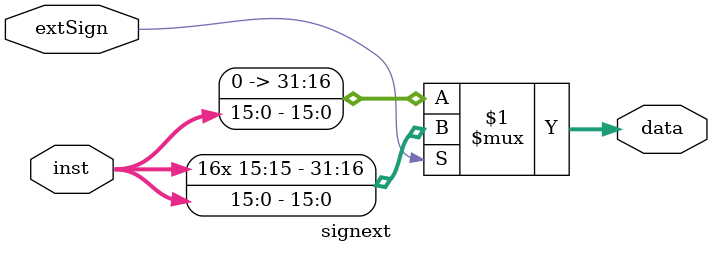
<source format=v>
`timescale 1ns / 1ps


module signext(
    input extSign,
    input [15 : 0] inst,
    output [31 : 0] data
    );
    assign data = (extSign ? { {16 {inst[15]}}, inst[15 : 0] } : { 16'h0000, inst[15 : 0] });
endmodule

</source>
